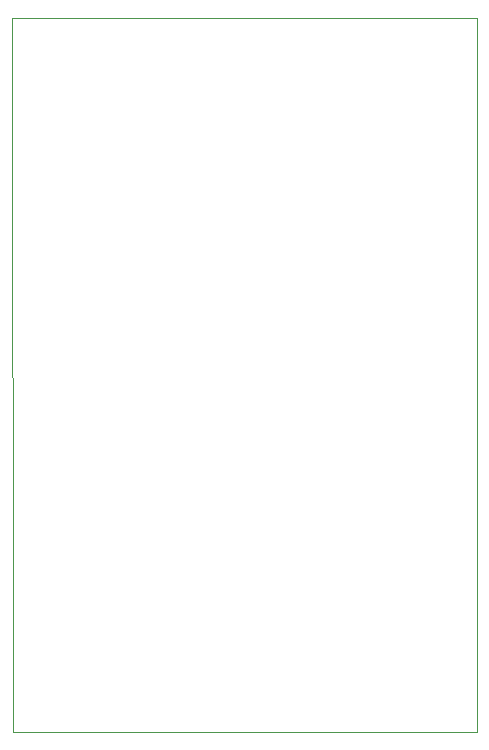
<source format=gbr>
G04 #@! TF.GenerationSoftware,KiCad,Pcbnew,(5.1.8-0-10_14)*
G04 #@! TF.CreationDate,2021-01-25T13:15:20+01:00*
G04 #@! TF.ProjectId,GpsRouteTracker,47707352-6f75-4746-9554-7261636b6572,2.0.0*
G04 #@! TF.SameCoordinates,Original*
G04 #@! TF.FileFunction,Profile,NP*
%FSLAX46Y46*%
G04 Gerber Fmt 4.6, Leading zero omitted, Abs format (unit mm)*
G04 Created by KiCad (PCBNEW (5.1.8-0-10_14)) date 2021-01-25 13:15:20*
%MOMM*%
%LPD*%
G01*
G04 APERTURE LIST*
G04 #@! TA.AperFunction,Profile*
%ADD10C,0.050000*%
G04 #@! TD*
G04 APERTURE END LIST*
D10*
X111302800Y-122428000D02*
X111252000Y-61976000D01*
X150622000Y-122428000D02*
X111302800Y-122428000D01*
X150622000Y-61976000D02*
X150622000Y-122428000D01*
X111252000Y-61976000D02*
X150622000Y-61976000D01*
M02*

</source>
